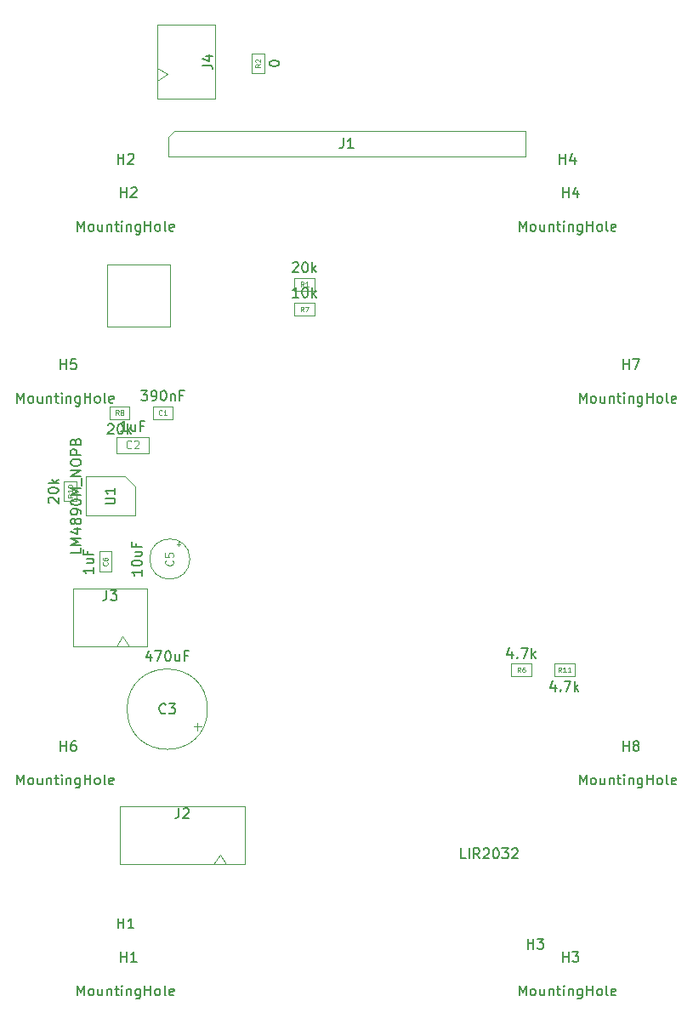
<source format=gbr>
%TF.GenerationSoftware,KiCad,Pcbnew,(5.1.10)-1*%
%TF.CreationDate,2023-09-30T19:16:06-07:00*%
%TF.ProjectId,PacmanClock_ESP32_SPI_v1_6,5061636d-616e-4436-9c6f-636b5f455350,1.6*%
%TF.SameCoordinates,Original*%
%TF.FileFunction,Other,Fab,Top*%
%FSLAX46Y46*%
G04 Gerber Fmt 4.6, Leading zero omitted, Abs format (unit mm)*
G04 Created by KiCad (PCBNEW (5.1.10)-1) date 2023-09-30 19:16:06*
%MOMM*%
%LPD*%
G01*
G04 APERTURE LIST*
%ADD10C,0.100000*%
%ADD11C,0.150000*%
%ADD12C,0.080000*%
%ADD13C,0.120000*%
G04 APERTURE END LIST*
D10*
%TO.C,U1*%
X142975000Y-105150000D02*
X143950000Y-106125000D01*
X139050000Y-105150000D02*
X142975000Y-105150000D01*
X139050000Y-109050000D02*
X139050000Y-105150000D01*
X143950000Y-109050000D02*
X139050000Y-109050000D01*
X143950000Y-106125000D02*
X143950000Y-109050000D01*
%TO.C,C6*%
X140375000Y-112600000D02*
X141625000Y-112600000D01*
X141625000Y-112600000D02*
X141625000Y-114600000D01*
X141625000Y-114600000D02*
X140375000Y-114600000D01*
X140375000Y-114600000D02*
X140375000Y-112600000D01*
%TO.C,C3*%
X151150000Y-128300000D02*
G75*
G03*
X151150000Y-128300000I-4000000J0D01*
G01*
X150576759Y-130047500D02*
X149776759Y-130047500D01*
X150176759Y-130447500D02*
X150176759Y-129647500D01*
%TO.C,C2*%
X145300000Y-101200000D02*
X145300000Y-102800000D01*
X145300000Y-102800000D02*
X142100000Y-102800000D01*
X142100000Y-102800000D02*
X142100000Y-101200000D01*
X142100000Y-101200000D02*
X145300000Y-101200000D01*
%TO.C,C5*%
X149400000Y-113350000D02*
G75*
G03*
X149400000Y-113350000I-2000000J0D01*
G01*
X148267500Y-111647446D02*
X148267500Y-112047446D01*
X148467500Y-111847446D02*
X148067500Y-111847446D01*
%TO.C,C1*%
X145700000Y-98175000D02*
X147700000Y-98175000D01*
X145700000Y-99425000D02*
X145700000Y-98175000D01*
X147700000Y-99425000D02*
X145700000Y-99425000D01*
X147700000Y-98175000D02*
X147700000Y-99425000D01*
%TO.C,R11*%
X187700000Y-125025000D02*
X185700000Y-125025000D01*
X187700000Y-123775000D02*
X187700000Y-125025000D01*
X185700000Y-123775000D02*
X187700000Y-123775000D01*
X185700000Y-125025000D02*
X185700000Y-123775000D01*
%TO.C,R10*%
X136875000Y-107600000D02*
X136875000Y-105600000D01*
X138125000Y-107600000D02*
X136875000Y-107600000D01*
X138125000Y-105600000D02*
X138125000Y-107600000D01*
X136875000Y-105600000D02*
X138125000Y-105600000D01*
%TO.C,R8*%
X143400000Y-99425000D02*
X141400000Y-99425000D01*
X143400000Y-98175000D02*
X143400000Y-99425000D01*
X141400000Y-98175000D02*
X143400000Y-98175000D01*
X141400000Y-99425000D02*
X141400000Y-98175000D01*
%TO.C,R7*%
X159800000Y-87875000D02*
X161800000Y-87875000D01*
X159800000Y-89125000D02*
X159800000Y-87875000D01*
X161800000Y-89125000D02*
X159800000Y-89125000D01*
X161800000Y-87875000D02*
X161800000Y-89125000D01*
%TO.C,R6*%
X181400000Y-123775000D02*
X183400000Y-123775000D01*
X181400000Y-125025000D02*
X181400000Y-123775000D01*
X183400000Y-125025000D02*
X181400000Y-125025000D01*
X183400000Y-123775000D02*
X183400000Y-125025000D01*
%TO.C,R2*%
X156825000Y-63000000D02*
X156825000Y-65000000D01*
X155575000Y-63000000D02*
X156825000Y-63000000D01*
X155575000Y-65000000D02*
X155575000Y-63000000D01*
X156825000Y-65000000D02*
X155575000Y-65000000D01*
%TO.C,R1*%
X159800000Y-85375000D02*
X161800000Y-85375000D01*
X159800000Y-86625000D02*
X159800000Y-85375000D01*
X161800000Y-86625000D02*
X159800000Y-86625000D01*
X161800000Y-85375000D02*
X161800000Y-86625000D01*
%TO.C,SW1*%
X147398800Y-90200700D02*
X147398800Y-84003100D01*
X141201200Y-90200700D02*
X147398800Y-90200700D01*
X141201200Y-84003100D02*
X141201200Y-90200700D01*
X147398800Y-84003100D02*
X141201200Y-84003100D01*
%TO.C,J4*%
X147150000Y-65100000D02*
X146150000Y-64475000D01*
X146150000Y-65725000D02*
X147150000Y-65100000D01*
X146150000Y-60150000D02*
X146150000Y-67550000D01*
X151900000Y-60150000D02*
X146150000Y-60150000D01*
X151900000Y-67550000D02*
X151900000Y-60150000D01*
X146150000Y-67550000D02*
X151900000Y-67550000D01*
%TO.C,J3*%
X142700000Y-121050000D02*
X142075000Y-122050000D01*
X143325000Y-122050000D02*
X142700000Y-121050000D01*
X137750000Y-122050000D02*
X145150000Y-122050000D01*
X137750000Y-116300000D02*
X137750000Y-122050000D01*
X145150000Y-116300000D02*
X137750000Y-116300000D01*
X145150000Y-122050000D02*
X145150000Y-116300000D01*
%TO.C,J2*%
X152400000Y-142750000D02*
X151775000Y-143750000D01*
X153025000Y-143750000D02*
X152400000Y-142750000D01*
X142450000Y-143750000D02*
X154850000Y-143750000D01*
X142450000Y-138000000D02*
X142450000Y-143750000D01*
X154850000Y-138000000D02*
X142450000Y-138000000D01*
X154850000Y-143750000D02*
X154850000Y-138000000D01*
%TO.C,J1*%
X147230000Y-73270000D02*
X147230000Y-71365000D01*
X147230000Y-71365000D02*
X147865000Y-70730000D01*
X147865000Y-70730000D02*
X182790000Y-70730000D01*
X182790000Y-70730000D02*
X182790000Y-73270000D01*
X182790000Y-73270000D02*
X147230000Y-73270000D01*
%TD*%
%TO.C,BT1*%
D11*
X176866666Y-143152380D02*
X176390476Y-143152380D01*
X176390476Y-142152380D01*
X177200000Y-143152380D02*
X177200000Y-142152380D01*
X178247619Y-143152380D02*
X177914285Y-142676190D01*
X177676190Y-143152380D02*
X177676190Y-142152380D01*
X178057142Y-142152380D01*
X178152380Y-142200000D01*
X178200000Y-142247619D01*
X178247619Y-142342857D01*
X178247619Y-142485714D01*
X178200000Y-142580952D01*
X178152380Y-142628571D01*
X178057142Y-142676190D01*
X177676190Y-142676190D01*
X178628571Y-142247619D02*
X178676190Y-142200000D01*
X178771428Y-142152380D01*
X179009523Y-142152380D01*
X179104761Y-142200000D01*
X179152380Y-142247619D01*
X179200000Y-142342857D01*
X179200000Y-142438095D01*
X179152380Y-142580952D01*
X178580952Y-143152380D01*
X179200000Y-143152380D01*
X179819047Y-142152380D02*
X179914285Y-142152380D01*
X180009523Y-142200000D01*
X180057142Y-142247619D01*
X180104761Y-142342857D01*
X180152380Y-142533333D01*
X180152380Y-142771428D01*
X180104761Y-142961904D01*
X180057142Y-143057142D01*
X180009523Y-143104761D01*
X179914285Y-143152380D01*
X179819047Y-143152380D01*
X179723809Y-143104761D01*
X179676190Y-143057142D01*
X179628571Y-142961904D01*
X179580952Y-142771428D01*
X179580952Y-142533333D01*
X179628571Y-142342857D01*
X179676190Y-142247619D01*
X179723809Y-142200000D01*
X179819047Y-142152380D01*
X180485714Y-142152380D02*
X181104761Y-142152380D01*
X180771428Y-142533333D01*
X180914285Y-142533333D01*
X181009523Y-142580952D01*
X181057142Y-142628571D01*
X181104761Y-142723809D01*
X181104761Y-142961904D01*
X181057142Y-143057142D01*
X181009523Y-143104761D01*
X180914285Y-143152380D01*
X180628571Y-143152380D01*
X180533333Y-143104761D01*
X180485714Y-143057142D01*
X181485714Y-142247619D02*
X181533333Y-142200000D01*
X181628571Y-142152380D01*
X181866666Y-142152380D01*
X181961904Y-142200000D01*
X182009523Y-142247619D01*
X182057142Y-142342857D01*
X182057142Y-142438095D01*
X182009523Y-142580952D01*
X181438095Y-143152380D01*
X182057142Y-143152380D01*
%TO.C,U1*%
X138552380Y-112266666D02*
X138552380Y-112742857D01*
X137552380Y-112742857D01*
X138552380Y-111933333D02*
X137552380Y-111933333D01*
X138266666Y-111600000D01*
X137552380Y-111266666D01*
X138552380Y-111266666D01*
X137885714Y-110361904D02*
X138552380Y-110361904D01*
X137504761Y-110600000D02*
X138219047Y-110838095D01*
X138219047Y-110219047D01*
X137980952Y-109695238D02*
X137933333Y-109790476D01*
X137885714Y-109838095D01*
X137790476Y-109885714D01*
X137742857Y-109885714D01*
X137647619Y-109838095D01*
X137600000Y-109790476D01*
X137552380Y-109695238D01*
X137552380Y-109504761D01*
X137600000Y-109409523D01*
X137647619Y-109361904D01*
X137742857Y-109314285D01*
X137790476Y-109314285D01*
X137885714Y-109361904D01*
X137933333Y-109409523D01*
X137980952Y-109504761D01*
X137980952Y-109695238D01*
X138028571Y-109790476D01*
X138076190Y-109838095D01*
X138171428Y-109885714D01*
X138361904Y-109885714D01*
X138457142Y-109838095D01*
X138504761Y-109790476D01*
X138552380Y-109695238D01*
X138552380Y-109504761D01*
X138504761Y-109409523D01*
X138457142Y-109361904D01*
X138361904Y-109314285D01*
X138171428Y-109314285D01*
X138076190Y-109361904D01*
X138028571Y-109409523D01*
X137980952Y-109504761D01*
X138552380Y-108838095D02*
X138552380Y-108647619D01*
X138504761Y-108552380D01*
X138457142Y-108504761D01*
X138314285Y-108409523D01*
X138123809Y-108361904D01*
X137742857Y-108361904D01*
X137647619Y-108409523D01*
X137600000Y-108457142D01*
X137552380Y-108552380D01*
X137552380Y-108742857D01*
X137600000Y-108838095D01*
X137647619Y-108885714D01*
X137742857Y-108933333D01*
X137980952Y-108933333D01*
X138076190Y-108885714D01*
X138123809Y-108838095D01*
X138171428Y-108742857D01*
X138171428Y-108552380D01*
X138123809Y-108457142D01*
X138076190Y-108409523D01*
X137980952Y-108361904D01*
X137552380Y-107742857D02*
X137552380Y-107647619D01*
X137600000Y-107552380D01*
X137647619Y-107504761D01*
X137742857Y-107457142D01*
X137933333Y-107409523D01*
X138171428Y-107409523D01*
X138361904Y-107457142D01*
X138457142Y-107504761D01*
X138504761Y-107552380D01*
X138552380Y-107647619D01*
X138552380Y-107742857D01*
X138504761Y-107838095D01*
X138457142Y-107885714D01*
X138361904Y-107933333D01*
X138171428Y-107980952D01*
X137933333Y-107980952D01*
X137742857Y-107933333D01*
X137647619Y-107885714D01*
X137600000Y-107838095D01*
X137552380Y-107742857D01*
X138552380Y-106980952D02*
X137552380Y-106980952D01*
X138266666Y-106647619D01*
X137552380Y-106314285D01*
X138552380Y-106314285D01*
X138647619Y-106076190D02*
X138647619Y-105314285D01*
X138552380Y-105076190D02*
X137552380Y-105076190D01*
X138552380Y-104504761D01*
X137552380Y-104504761D01*
X137552380Y-103838095D02*
X137552380Y-103647619D01*
X137600000Y-103552380D01*
X137695238Y-103457142D01*
X137885714Y-103409523D01*
X138219047Y-103409523D01*
X138409523Y-103457142D01*
X138504761Y-103552380D01*
X138552380Y-103647619D01*
X138552380Y-103838095D01*
X138504761Y-103933333D01*
X138409523Y-104028571D01*
X138219047Y-104076190D01*
X137885714Y-104076190D01*
X137695238Y-104028571D01*
X137600000Y-103933333D01*
X137552380Y-103838095D01*
X138552380Y-102980952D02*
X137552380Y-102980952D01*
X137552380Y-102600000D01*
X137600000Y-102504761D01*
X137647619Y-102457142D01*
X137742857Y-102409523D01*
X137885714Y-102409523D01*
X137980952Y-102457142D01*
X138028571Y-102504761D01*
X138076190Y-102600000D01*
X138076190Y-102980952D01*
X138028571Y-101647619D02*
X138076190Y-101504761D01*
X138123809Y-101457142D01*
X138219047Y-101409523D01*
X138361904Y-101409523D01*
X138457142Y-101457142D01*
X138504761Y-101504761D01*
X138552380Y-101600000D01*
X138552380Y-101980952D01*
X137552380Y-101980952D01*
X137552380Y-101647619D01*
X137600000Y-101552380D01*
X137647619Y-101504761D01*
X137742857Y-101457142D01*
X137838095Y-101457142D01*
X137933333Y-101504761D01*
X137980952Y-101552380D01*
X138028571Y-101647619D01*
X138028571Y-101980952D01*
X140963333Y-107846666D02*
X141756666Y-107846666D01*
X141850000Y-107800000D01*
X141896666Y-107753333D01*
X141943333Y-107660000D01*
X141943333Y-107473333D01*
X141896666Y-107380000D01*
X141850000Y-107333333D01*
X141756666Y-107286666D01*
X140963333Y-107286666D01*
X141943333Y-106306666D02*
X141943333Y-106866666D01*
X141943333Y-106586666D02*
X140963333Y-106586666D01*
X141103333Y-106680000D01*
X141196666Y-106773333D01*
X141243333Y-106866666D01*
%TO.C,C6*%
X139772380Y-114195238D02*
X139772380Y-114766666D01*
X139772380Y-114480952D02*
X138772380Y-114480952D01*
X138915238Y-114576190D01*
X139010476Y-114671428D01*
X139058095Y-114766666D01*
X139105714Y-113338095D02*
X139772380Y-113338095D01*
X139105714Y-113766666D02*
X139629523Y-113766666D01*
X139724761Y-113719047D01*
X139772380Y-113623809D01*
X139772380Y-113480952D01*
X139724761Y-113385714D01*
X139677142Y-113338095D01*
X139248571Y-112528571D02*
X139248571Y-112861904D01*
X139772380Y-112861904D02*
X138772380Y-112861904D01*
X138772380Y-112385714D01*
D12*
X141178571Y-113683333D02*
X141202380Y-113707142D01*
X141226190Y-113778571D01*
X141226190Y-113826190D01*
X141202380Y-113897619D01*
X141154761Y-113945238D01*
X141107142Y-113969047D01*
X141011904Y-113992857D01*
X140940476Y-113992857D01*
X140845238Y-113969047D01*
X140797619Y-113945238D01*
X140750000Y-113897619D01*
X140726190Y-113826190D01*
X140726190Y-113778571D01*
X140750000Y-113707142D01*
X140773809Y-113683333D01*
X140726190Y-113254761D02*
X140726190Y-113350000D01*
X140750000Y-113397619D01*
X140773809Y-113421428D01*
X140845238Y-113469047D01*
X140940476Y-113492857D01*
X141130952Y-113492857D01*
X141178571Y-113469047D01*
X141202380Y-113445238D01*
X141226190Y-113397619D01*
X141226190Y-113302380D01*
X141202380Y-113254761D01*
X141178571Y-113230952D01*
X141130952Y-113207142D01*
X141011904Y-113207142D01*
X140964285Y-113230952D01*
X140940476Y-113254761D01*
X140916666Y-113302380D01*
X140916666Y-113397619D01*
X140940476Y-113445238D01*
X140964285Y-113469047D01*
X141011904Y-113492857D01*
%TO.C,C3*%
D11*
X145507142Y-122835714D02*
X145507142Y-123502380D01*
X145269047Y-122454761D02*
X145030952Y-123169047D01*
X145650000Y-123169047D01*
X145935714Y-122502380D02*
X146602380Y-122502380D01*
X146173809Y-123502380D01*
X147173809Y-122502380D02*
X147269047Y-122502380D01*
X147364285Y-122550000D01*
X147411904Y-122597619D01*
X147459523Y-122692857D01*
X147507142Y-122883333D01*
X147507142Y-123121428D01*
X147459523Y-123311904D01*
X147411904Y-123407142D01*
X147364285Y-123454761D01*
X147269047Y-123502380D01*
X147173809Y-123502380D01*
X147078571Y-123454761D01*
X147030952Y-123407142D01*
X146983333Y-123311904D01*
X146935714Y-123121428D01*
X146935714Y-122883333D01*
X146983333Y-122692857D01*
X147030952Y-122597619D01*
X147078571Y-122550000D01*
X147173809Y-122502380D01*
X148364285Y-122835714D02*
X148364285Y-123502380D01*
X147935714Y-122835714D02*
X147935714Y-123359523D01*
X147983333Y-123454761D01*
X148078571Y-123502380D01*
X148221428Y-123502380D01*
X148316666Y-123454761D01*
X148364285Y-123407142D01*
X149173809Y-122978571D02*
X148840476Y-122978571D01*
X148840476Y-123502380D02*
X148840476Y-122502380D01*
X149316666Y-122502380D01*
X146983333Y-128657142D02*
X146935714Y-128704761D01*
X146792857Y-128752380D01*
X146697619Y-128752380D01*
X146554761Y-128704761D01*
X146459523Y-128609523D01*
X146411904Y-128514285D01*
X146364285Y-128323809D01*
X146364285Y-128180952D01*
X146411904Y-127990476D01*
X146459523Y-127895238D01*
X146554761Y-127800000D01*
X146697619Y-127752380D01*
X146792857Y-127752380D01*
X146935714Y-127800000D01*
X146983333Y-127847619D01*
X147316666Y-127752380D02*
X147935714Y-127752380D01*
X147602380Y-128133333D01*
X147745238Y-128133333D01*
X147840476Y-128180952D01*
X147888095Y-128228571D01*
X147935714Y-128323809D01*
X147935714Y-128561904D01*
X147888095Y-128657142D01*
X147840476Y-128704761D01*
X147745238Y-128752380D01*
X147459523Y-128752380D01*
X147364285Y-128704761D01*
X147316666Y-128657142D01*
%TO.C,C2*%
X143104761Y-100602380D02*
X142533333Y-100602380D01*
X142819047Y-100602380D02*
X142819047Y-99602380D01*
X142723809Y-99745238D01*
X142628571Y-99840476D01*
X142533333Y-99888095D01*
X143961904Y-99935714D02*
X143961904Y-100602380D01*
X143533333Y-99935714D02*
X143533333Y-100459523D01*
X143580952Y-100554761D01*
X143676190Y-100602380D01*
X143819047Y-100602380D01*
X143914285Y-100554761D01*
X143961904Y-100507142D01*
X144771428Y-100078571D02*
X144438095Y-100078571D01*
X144438095Y-100602380D02*
X144438095Y-99602380D01*
X144914285Y-99602380D01*
D13*
X143566666Y-102285714D02*
X143528571Y-102323809D01*
X143414285Y-102361904D01*
X143338095Y-102361904D01*
X143223809Y-102323809D01*
X143147619Y-102247619D01*
X143109523Y-102171428D01*
X143071428Y-102019047D01*
X143071428Y-101904761D01*
X143109523Y-101752380D01*
X143147619Y-101676190D01*
X143223809Y-101600000D01*
X143338095Y-101561904D01*
X143414285Y-101561904D01*
X143528571Y-101600000D01*
X143566666Y-101638095D01*
X143871428Y-101638095D02*
X143909523Y-101600000D01*
X143985714Y-101561904D01*
X144176190Y-101561904D01*
X144252380Y-101600000D01*
X144290476Y-101638095D01*
X144328571Y-101714285D01*
X144328571Y-101790476D01*
X144290476Y-101904761D01*
X143833333Y-102361904D01*
X144328571Y-102361904D01*
%TO.C,C5*%
D11*
X144602380Y-114421428D02*
X144602380Y-114992857D01*
X144602380Y-114707142D02*
X143602380Y-114707142D01*
X143745238Y-114802380D01*
X143840476Y-114897619D01*
X143888095Y-114992857D01*
X143602380Y-113802380D02*
X143602380Y-113707142D01*
X143650000Y-113611904D01*
X143697619Y-113564285D01*
X143792857Y-113516666D01*
X143983333Y-113469047D01*
X144221428Y-113469047D01*
X144411904Y-113516666D01*
X144507142Y-113564285D01*
X144554761Y-113611904D01*
X144602380Y-113707142D01*
X144602380Y-113802380D01*
X144554761Y-113897619D01*
X144507142Y-113945238D01*
X144411904Y-113992857D01*
X144221428Y-114040476D01*
X143983333Y-114040476D01*
X143792857Y-113992857D01*
X143697619Y-113945238D01*
X143650000Y-113897619D01*
X143602380Y-113802380D01*
X143935714Y-112611904D02*
X144602380Y-112611904D01*
X143935714Y-113040476D02*
X144459523Y-113040476D01*
X144554761Y-112992857D01*
X144602380Y-112897619D01*
X144602380Y-112754761D01*
X144554761Y-112659523D01*
X144507142Y-112611904D01*
X144078571Y-111802380D02*
X144078571Y-112135714D01*
X144602380Y-112135714D02*
X143602380Y-112135714D01*
X143602380Y-111659523D01*
D13*
X147685714Y-113483333D02*
X147723809Y-113521428D01*
X147761904Y-113635714D01*
X147761904Y-113711904D01*
X147723809Y-113826190D01*
X147647619Y-113902380D01*
X147571428Y-113940476D01*
X147419047Y-113978571D01*
X147304761Y-113978571D01*
X147152380Y-113940476D01*
X147076190Y-113902380D01*
X147000000Y-113826190D01*
X146961904Y-113711904D01*
X146961904Y-113635714D01*
X147000000Y-113521428D01*
X147038095Y-113483333D01*
X146961904Y-112759523D02*
X146961904Y-113140476D01*
X147342857Y-113178571D01*
X147304761Y-113140476D01*
X147266666Y-113064285D01*
X147266666Y-112873809D01*
X147304761Y-112797619D01*
X147342857Y-112759523D01*
X147419047Y-112721428D01*
X147609523Y-112721428D01*
X147685714Y-112759523D01*
X147723809Y-112797619D01*
X147761904Y-112873809D01*
X147761904Y-113064285D01*
X147723809Y-113140476D01*
X147685714Y-113178571D01*
%TO.C,C1*%
D11*
X144533333Y-96572380D02*
X145152380Y-96572380D01*
X144819047Y-96953333D01*
X144961904Y-96953333D01*
X145057142Y-97000952D01*
X145104761Y-97048571D01*
X145152380Y-97143809D01*
X145152380Y-97381904D01*
X145104761Y-97477142D01*
X145057142Y-97524761D01*
X144961904Y-97572380D01*
X144676190Y-97572380D01*
X144580952Y-97524761D01*
X144533333Y-97477142D01*
X145628571Y-97572380D02*
X145819047Y-97572380D01*
X145914285Y-97524761D01*
X145961904Y-97477142D01*
X146057142Y-97334285D01*
X146104761Y-97143809D01*
X146104761Y-96762857D01*
X146057142Y-96667619D01*
X146009523Y-96620000D01*
X145914285Y-96572380D01*
X145723809Y-96572380D01*
X145628571Y-96620000D01*
X145580952Y-96667619D01*
X145533333Y-96762857D01*
X145533333Y-97000952D01*
X145580952Y-97096190D01*
X145628571Y-97143809D01*
X145723809Y-97191428D01*
X145914285Y-97191428D01*
X146009523Y-97143809D01*
X146057142Y-97096190D01*
X146104761Y-97000952D01*
X146723809Y-96572380D02*
X146819047Y-96572380D01*
X146914285Y-96620000D01*
X146961904Y-96667619D01*
X147009523Y-96762857D01*
X147057142Y-96953333D01*
X147057142Y-97191428D01*
X147009523Y-97381904D01*
X146961904Y-97477142D01*
X146914285Y-97524761D01*
X146819047Y-97572380D01*
X146723809Y-97572380D01*
X146628571Y-97524761D01*
X146580952Y-97477142D01*
X146533333Y-97381904D01*
X146485714Y-97191428D01*
X146485714Y-96953333D01*
X146533333Y-96762857D01*
X146580952Y-96667619D01*
X146628571Y-96620000D01*
X146723809Y-96572380D01*
X147485714Y-96905714D02*
X147485714Y-97572380D01*
X147485714Y-97000952D02*
X147533333Y-96953333D01*
X147628571Y-96905714D01*
X147771428Y-96905714D01*
X147866666Y-96953333D01*
X147914285Y-97048571D01*
X147914285Y-97572380D01*
X148723809Y-97048571D02*
X148390476Y-97048571D01*
X148390476Y-97572380D02*
X148390476Y-96572380D01*
X148866666Y-96572380D01*
D12*
X146616666Y-98978571D02*
X146592857Y-99002380D01*
X146521428Y-99026190D01*
X146473809Y-99026190D01*
X146402380Y-99002380D01*
X146354761Y-98954761D01*
X146330952Y-98907142D01*
X146307142Y-98811904D01*
X146307142Y-98740476D01*
X146330952Y-98645238D01*
X146354761Y-98597619D01*
X146402380Y-98550000D01*
X146473809Y-98526190D01*
X146521428Y-98526190D01*
X146592857Y-98550000D01*
X146616666Y-98573809D01*
X147092857Y-99026190D02*
X146807142Y-99026190D01*
X146950000Y-99026190D02*
X146950000Y-98526190D01*
X146902380Y-98597619D01*
X146854761Y-98645238D01*
X146807142Y-98669047D01*
%TO.C,R11*%
D11*
X185771428Y-125835714D02*
X185771428Y-126502380D01*
X185533333Y-125454761D02*
X185295238Y-126169047D01*
X185914285Y-126169047D01*
X186295238Y-126407142D02*
X186342857Y-126454761D01*
X186295238Y-126502380D01*
X186247619Y-126454761D01*
X186295238Y-126407142D01*
X186295238Y-126502380D01*
X186676190Y-125502380D02*
X187342857Y-125502380D01*
X186914285Y-126502380D01*
X187723809Y-126502380D02*
X187723809Y-125502380D01*
X187819047Y-126121428D02*
X188104761Y-126502380D01*
X188104761Y-125835714D02*
X187723809Y-126216666D01*
D12*
X186378571Y-124626190D02*
X186211904Y-124388095D01*
X186092857Y-124626190D02*
X186092857Y-124126190D01*
X186283333Y-124126190D01*
X186330952Y-124150000D01*
X186354761Y-124173809D01*
X186378571Y-124221428D01*
X186378571Y-124292857D01*
X186354761Y-124340476D01*
X186330952Y-124364285D01*
X186283333Y-124388095D01*
X186092857Y-124388095D01*
X186854761Y-124626190D02*
X186569047Y-124626190D01*
X186711904Y-124626190D02*
X186711904Y-124126190D01*
X186664285Y-124197619D01*
X186616666Y-124245238D01*
X186569047Y-124269047D01*
X187330952Y-124626190D02*
X187045238Y-124626190D01*
X187188095Y-124626190D02*
X187188095Y-124126190D01*
X187140476Y-124197619D01*
X187092857Y-124245238D01*
X187045238Y-124269047D01*
%TO.C,R10*%
D11*
X135397619Y-107766666D02*
X135350000Y-107719047D01*
X135302380Y-107623809D01*
X135302380Y-107385714D01*
X135350000Y-107290476D01*
X135397619Y-107242857D01*
X135492857Y-107195238D01*
X135588095Y-107195238D01*
X135730952Y-107242857D01*
X136302380Y-107814285D01*
X136302380Y-107195238D01*
X135302380Y-106576190D02*
X135302380Y-106480952D01*
X135350000Y-106385714D01*
X135397619Y-106338095D01*
X135492857Y-106290476D01*
X135683333Y-106242857D01*
X135921428Y-106242857D01*
X136111904Y-106290476D01*
X136207142Y-106338095D01*
X136254761Y-106385714D01*
X136302380Y-106480952D01*
X136302380Y-106576190D01*
X136254761Y-106671428D01*
X136207142Y-106719047D01*
X136111904Y-106766666D01*
X135921428Y-106814285D01*
X135683333Y-106814285D01*
X135492857Y-106766666D01*
X135397619Y-106719047D01*
X135350000Y-106671428D01*
X135302380Y-106576190D01*
X136302380Y-105814285D02*
X135302380Y-105814285D01*
X135921428Y-105719047D02*
X136302380Y-105433333D01*
X135635714Y-105433333D02*
X136016666Y-105814285D01*
D12*
X137726190Y-106921428D02*
X137488095Y-107088095D01*
X137726190Y-107207142D02*
X137226190Y-107207142D01*
X137226190Y-107016666D01*
X137250000Y-106969047D01*
X137273809Y-106945238D01*
X137321428Y-106921428D01*
X137392857Y-106921428D01*
X137440476Y-106945238D01*
X137464285Y-106969047D01*
X137488095Y-107016666D01*
X137488095Y-107207142D01*
X137726190Y-106445238D02*
X137726190Y-106730952D01*
X137726190Y-106588095D02*
X137226190Y-106588095D01*
X137297619Y-106635714D01*
X137345238Y-106683333D01*
X137369047Y-106730952D01*
X137226190Y-106135714D02*
X137226190Y-106088095D01*
X137250000Y-106040476D01*
X137273809Y-106016666D01*
X137321428Y-105992857D01*
X137416666Y-105969047D01*
X137535714Y-105969047D01*
X137630952Y-105992857D01*
X137678571Y-106016666D01*
X137702380Y-106040476D01*
X137726190Y-106088095D01*
X137726190Y-106135714D01*
X137702380Y-106183333D01*
X137678571Y-106207142D01*
X137630952Y-106230952D01*
X137535714Y-106254761D01*
X137416666Y-106254761D01*
X137321428Y-106230952D01*
X137273809Y-106207142D01*
X137250000Y-106183333D01*
X137226190Y-106135714D01*
%TO.C,R8*%
D11*
X141233333Y-99997619D02*
X141280952Y-99950000D01*
X141376190Y-99902380D01*
X141614285Y-99902380D01*
X141709523Y-99950000D01*
X141757142Y-99997619D01*
X141804761Y-100092857D01*
X141804761Y-100188095D01*
X141757142Y-100330952D01*
X141185714Y-100902380D01*
X141804761Y-100902380D01*
X142423809Y-99902380D02*
X142519047Y-99902380D01*
X142614285Y-99950000D01*
X142661904Y-99997619D01*
X142709523Y-100092857D01*
X142757142Y-100283333D01*
X142757142Y-100521428D01*
X142709523Y-100711904D01*
X142661904Y-100807142D01*
X142614285Y-100854761D01*
X142519047Y-100902380D01*
X142423809Y-100902380D01*
X142328571Y-100854761D01*
X142280952Y-100807142D01*
X142233333Y-100711904D01*
X142185714Y-100521428D01*
X142185714Y-100283333D01*
X142233333Y-100092857D01*
X142280952Y-99997619D01*
X142328571Y-99950000D01*
X142423809Y-99902380D01*
X143185714Y-100902380D02*
X143185714Y-99902380D01*
X143280952Y-100521428D02*
X143566666Y-100902380D01*
X143566666Y-100235714D02*
X143185714Y-100616666D01*
D12*
X142316666Y-99026190D02*
X142150000Y-98788095D01*
X142030952Y-99026190D02*
X142030952Y-98526190D01*
X142221428Y-98526190D01*
X142269047Y-98550000D01*
X142292857Y-98573809D01*
X142316666Y-98621428D01*
X142316666Y-98692857D01*
X142292857Y-98740476D01*
X142269047Y-98764285D01*
X142221428Y-98788095D01*
X142030952Y-98788095D01*
X142602380Y-98740476D02*
X142554761Y-98716666D01*
X142530952Y-98692857D01*
X142507142Y-98645238D01*
X142507142Y-98621428D01*
X142530952Y-98573809D01*
X142554761Y-98550000D01*
X142602380Y-98526190D01*
X142697619Y-98526190D01*
X142745238Y-98550000D01*
X142769047Y-98573809D01*
X142792857Y-98621428D01*
X142792857Y-98645238D01*
X142769047Y-98692857D01*
X142745238Y-98716666D01*
X142697619Y-98740476D01*
X142602380Y-98740476D01*
X142554761Y-98764285D01*
X142530952Y-98788095D01*
X142507142Y-98835714D01*
X142507142Y-98930952D01*
X142530952Y-98978571D01*
X142554761Y-99002380D01*
X142602380Y-99026190D01*
X142697619Y-99026190D01*
X142745238Y-99002380D01*
X142769047Y-98978571D01*
X142792857Y-98930952D01*
X142792857Y-98835714D01*
X142769047Y-98788095D01*
X142745238Y-98764285D01*
X142697619Y-98740476D01*
%TO.C,R7*%
D11*
X160204761Y-87302380D02*
X159633333Y-87302380D01*
X159919047Y-87302380D02*
X159919047Y-86302380D01*
X159823809Y-86445238D01*
X159728571Y-86540476D01*
X159633333Y-86588095D01*
X160823809Y-86302380D02*
X160919047Y-86302380D01*
X161014285Y-86350000D01*
X161061904Y-86397619D01*
X161109523Y-86492857D01*
X161157142Y-86683333D01*
X161157142Y-86921428D01*
X161109523Y-87111904D01*
X161061904Y-87207142D01*
X161014285Y-87254761D01*
X160919047Y-87302380D01*
X160823809Y-87302380D01*
X160728571Y-87254761D01*
X160680952Y-87207142D01*
X160633333Y-87111904D01*
X160585714Y-86921428D01*
X160585714Y-86683333D01*
X160633333Y-86492857D01*
X160680952Y-86397619D01*
X160728571Y-86350000D01*
X160823809Y-86302380D01*
X161585714Y-87302380D02*
X161585714Y-86302380D01*
X161680952Y-86921428D02*
X161966666Y-87302380D01*
X161966666Y-86635714D02*
X161585714Y-87016666D01*
D12*
X160716666Y-88726190D02*
X160550000Y-88488095D01*
X160430952Y-88726190D02*
X160430952Y-88226190D01*
X160621428Y-88226190D01*
X160669047Y-88250000D01*
X160692857Y-88273809D01*
X160716666Y-88321428D01*
X160716666Y-88392857D01*
X160692857Y-88440476D01*
X160669047Y-88464285D01*
X160621428Y-88488095D01*
X160430952Y-88488095D01*
X160883333Y-88226190D02*
X161216666Y-88226190D01*
X161002380Y-88726190D01*
%TO.C,R6*%
D11*
X181471428Y-122535714D02*
X181471428Y-123202380D01*
X181233333Y-122154761D02*
X180995238Y-122869047D01*
X181614285Y-122869047D01*
X181995238Y-123107142D02*
X182042857Y-123154761D01*
X181995238Y-123202380D01*
X181947619Y-123154761D01*
X181995238Y-123107142D01*
X181995238Y-123202380D01*
X182376190Y-122202380D02*
X183042857Y-122202380D01*
X182614285Y-123202380D01*
X183423809Y-123202380D02*
X183423809Y-122202380D01*
X183519047Y-122821428D02*
X183804761Y-123202380D01*
X183804761Y-122535714D02*
X183423809Y-122916666D01*
D12*
X182316666Y-124626190D02*
X182150000Y-124388095D01*
X182030952Y-124626190D02*
X182030952Y-124126190D01*
X182221428Y-124126190D01*
X182269047Y-124150000D01*
X182292857Y-124173809D01*
X182316666Y-124221428D01*
X182316666Y-124292857D01*
X182292857Y-124340476D01*
X182269047Y-124364285D01*
X182221428Y-124388095D01*
X182030952Y-124388095D01*
X182745238Y-124126190D02*
X182650000Y-124126190D01*
X182602380Y-124150000D01*
X182578571Y-124173809D01*
X182530952Y-124245238D01*
X182507142Y-124340476D01*
X182507142Y-124530952D01*
X182530952Y-124578571D01*
X182554761Y-124602380D01*
X182602380Y-124626190D01*
X182697619Y-124626190D01*
X182745238Y-124602380D01*
X182769047Y-124578571D01*
X182792857Y-124530952D01*
X182792857Y-124411904D01*
X182769047Y-124364285D01*
X182745238Y-124340476D01*
X182697619Y-124316666D01*
X182602380Y-124316666D01*
X182554761Y-124340476D01*
X182530952Y-124364285D01*
X182507142Y-124411904D01*
%TO.C,R2*%
D11*
X157302380Y-64047619D02*
X157302380Y-63952380D01*
X157350000Y-63857142D01*
X157397619Y-63809523D01*
X157492857Y-63761904D01*
X157683333Y-63714285D01*
X157921428Y-63714285D01*
X158111904Y-63761904D01*
X158207142Y-63809523D01*
X158254761Y-63857142D01*
X158302380Y-63952380D01*
X158302380Y-64047619D01*
X158254761Y-64142857D01*
X158207142Y-64190476D01*
X158111904Y-64238095D01*
X157921428Y-64285714D01*
X157683333Y-64285714D01*
X157492857Y-64238095D01*
X157397619Y-64190476D01*
X157350000Y-64142857D01*
X157302380Y-64047619D01*
D12*
X156426190Y-64083333D02*
X156188095Y-64250000D01*
X156426190Y-64369047D02*
X155926190Y-64369047D01*
X155926190Y-64178571D01*
X155950000Y-64130952D01*
X155973809Y-64107142D01*
X156021428Y-64083333D01*
X156092857Y-64083333D01*
X156140476Y-64107142D01*
X156164285Y-64130952D01*
X156188095Y-64178571D01*
X156188095Y-64369047D01*
X155973809Y-63892857D02*
X155950000Y-63869047D01*
X155926190Y-63821428D01*
X155926190Y-63702380D01*
X155950000Y-63654761D01*
X155973809Y-63630952D01*
X156021428Y-63607142D01*
X156069047Y-63607142D01*
X156140476Y-63630952D01*
X156426190Y-63916666D01*
X156426190Y-63607142D01*
%TO.C,R1*%
D11*
X159633333Y-83897619D02*
X159680952Y-83850000D01*
X159776190Y-83802380D01*
X160014285Y-83802380D01*
X160109523Y-83850000D01*
X160157142Y-83897619D01*
X160204761Y-83992857D01*
X160204761Y-84088095D01*
X160157142Y-84230952D01*
X159585714Y-84802380D01*
X160204761Y-84802380D01*
X160823809Y-83802380D02*
X160919047Y-83802380D01*
X161014285Y-83850000D01*
X161061904Y-83897619D01*
X161109523Y-83992857D01*
X161157142Y-84183333D01*
X161157142Y-84421428D01*
X161109523Y-84611904D01*
X161061904Y-84707142D01*
X161014285Y-84754761D01*
X160919047Y-84802380D01*
X160823809Y-84802380D01*
X160728571Y-84754761D01*
X160680952Y-84707142D01*
X160633333Y-84611904D01*
X160585714Y-84421428D01*
X160585714Y-84183333D01*
X160633333Y-83992857D01*
X160680952Y-83897619D01*
X160728571Y-83850000D01*
X160823809Y-83802380D01*
X161585714Y-84802380D02*
X161585714Y-83802380D01*
X161680952Y-84421428D02*
X161966666Y-84802380D01*
X161966666Y-84135714D02*
X161585714Y-84516666D01*
D12*
X160716666Y-86226190D02*
X160550000Y-85988095D01*
X160430952Y-86226190D02*
X160430952Y-85726190D01*
X160621428Y-85726190D01*
X160669047Y-85750000D01*
X160692857Y-85773809D01*
X160716666Y-85821428D01*
X160716666Y-85892857D01*
X160692857Y-85940476D01*
X160669047Y-85964285D01*
X160621428Y-85988095D01*
X160430952Y-85988095D01*
X161192857Y-86226190D02*
X160907142Y-86226190D01*
X161050000Y-86226190D02*
X161050000Y-85726190D01*
X161002380Y-85797619D01*
X160954761Y-85845238D01*
X160907142Y-85869047D01*
%TO.C,J4*%
D11*
X150652380Y-64183333D02*
X151366666Y-64183333D01*
X151509523Y-64230952D01*
X151604761Y-64326190D01*
X151652380Y-64469047D01*
X151652380Y-64564285D01*
X150985714Y-63278571D02*
X151652380Y-63278571D01*
X150604761Y-63516666D02*
X151319047Y-63754761D01*
X151319047Y-63135714D01*
%TO.C,J3*%
X141116666Y-116452380D02*
X141116666Y-117166666D01*
X141069047Y-117309523D01*
X140973809Y-117404761D01*
X140830952Y-117452380D01*
X140735714Y-117452380D01*
X141497619Y-116452380D02*
X142116666Y-116452380D01*
X141783333Y-116833333D01*
X141926190Y-116833333D01*
X142021428Y-116880952D01*
X142069047Y-116928571D01*
X142116666Y-117023809D01*
X142116666Y-117261904D01*
X142069047Y-117357142D01*
X142021428Y-117404761D01*
X141926190Y-117452380D01*
X141640476Y-117452380D01*
X141545238Y-117404761D01*
X141497619Y-117357142D01*
%TO.C,J2*%
X148316666Y-138152380D02*
X148316666Y-138866666D01*
X148269047Y-139009523D01*
X148173809Y-139104761D01*
X148030952Y-139152380D01*
X147935714Y-139152380D01*
X148745238Y-138247619D02*
X148792857Y-138200000D01*
X148888095Y-138152380D01*
X149126190Y-138152380D01*
X149221428Y-138200000D01*
X149269047Y-138247619D01*
X149316666Y-138342857D01*
X149316666Y-138438095D01*
X149269047Y-138580952D01*
X148697619Y-139152380D01*
X149316666Y-139152380D01*
%TO.C,H8*%
X188214285Y-135802380D02*
X188214285Y-134802380D01*
X188547619Y-135516666D01*
X188880952Y-134802380D01*
X188880952Y-135802380D01*
X189500000Y-135802380D02*
X189404761Y-135754761D01*
X189357142Y-135707142D01*
X189309523Y-135611904D01*
X189309523Y-135326190D01*
X189357142Y-135230952D01*
X189404761Y-135183333D01*
X189500000Y-135135714D01*
X189642857Y-135135714D01*
X189738095Y-135183333D01*
X189785714Y-135230952D01*
X189833333Y-135326190D01*
X189833333Y-135611904D01*
X189785714Y-135707142D01*
X189738095Y-135754761D01*
X189642857Y-135802380D01*
X189500000Y-135802380D01*
X190690476Y-135135714D02*
X190690476Y-135802380D01*
X190261904Y-135135714D02*
X190261904Y-135659523D01*
X190309523Y-135754761D01*
X190404761Y-135802380D01*
X190547619Y-135802380D01*
X190642857Y-135754761D01*
X190690476Y-135707142D01*
X191166666Y-135135714D02*
X191166666Y-135802380D01*
X191166666Y-135230952D02*
X191214285Y-135183333D01*
X191309523Y-135135714D01*
X191452380Y-135135714D01*
X191547619Y-135183333D01*
X191595238Y-135278571D01*
X191595238Y-135802380D01*
X191928571Y-135135714D02*
X192309523Y-135135714D01*
X192071428Y-134802380D02*
X192071428Y-135659523D01*
X192119047Y-135754761D01*
X192214285Y-135802380D01*
X192309523Y-135802380D01*
X192642857Y-135802380D02*
X192642857Y-135135714D01*
X192642857Y-134802380D02*
X192595238Y-134850000D01*
X192642857Y-134897619D01*
X192690476Y-134850000D01*
X192642857Y-134802380D01*
X192642857Y-134897619D01*
X193119047Y-135135714D02*
X193119047Y-135802380D01*
X193119047Y-135230952D02*
X193166666Y-135183333D01*
X193261904Y-135135714D01*
X193404761Y-135135714D01*
X193500000Y-135183333D01*
X193547619Y-135278571D01*
X193547619Y-135802380D01*
X194452380Y-135135714D02*
X194452380Y-135945238D01*
X194404761Y-136040476D01*
X194357142Y-136088095D01*
X194261904Y-136135714D01*
X194119047Y-136135714D01*
X194023809Y-136088095D01*
X194452380Y-135754761D02*
X194357142Y-135802380D01*
X194166666Y-135802380D01*
X194071428Y-135754761D01*
X194023809Y-135707142D01*
X193976190Y-135611904D01*
X193976190Y-135326190D01*
X194023809Y-135230952D01*
X194071428Y-135183333D01*
X194166666Y-135135714D01*
X194357142Y-135135714D01*
X194452380Y-135183333D01*
X194928571Y-135802380D02*
X194928571Y-134802380D01*
X194928571Y-135278571D02*
X195500000Y-135278571D01*
X195500000Y-135802380D02*
X195500000Y-134802380D01*
X196119047Y-135802380D02*
X196023809Y-135754761D01*
X195976190Y-135707142D01*
X195928571Y-135611904D01*
X195928571Y-135326190D01*
X195976190Y-135230952D01*
X196023809Y-135183333D01*
X196119047Y-135135714D01*
X196261904Y-135135714D01*
X196357142Y-135183333D01*
X196404761Y-135230952D01*
X196452380Y-135326190D01*
X196452380Y-135611904D01*
X196404761Y-135707142D01*
X196357142Y-135754761D01*
X196261904Y-135802380D01*
X196119047Y-135802380D01*
X197023809Y-135802380D02*
X196928571Y-135754761D01*
X196880952Y-135659523D01*
X196880952Y-134802380D01*
X197785714Y-135754761D02*
X197690476Y-135802380D01*
X197500000Y-135802380D01*
X197404761Y-135754761D01*
X197357142Y-135659523D01*
X197357142Y-135278571D01*
X197404761Y-135183333D01*
X197500000Y-135135714D01*
X197690476Y-135135714D01*
X197785714Y-135183333D01*
X197833333Y-135278571D01*
X197833333Y-135373809D01*
X197357142Y-135469047D01*
X192538095Y-132452380D02*
X192538095Y-131452380D01*
X192538095Y-131928571D02*
X193109523Y-131928571D01*
X193109523Y-132452380D02*
X193109523Y-131452380D01*
X193728571Y-131880952D02*
X193633333Y-131833333D01*
X193585714Y-131785714D01*
X193538095Y-131690476D01*
X193538095Y-131642857D01*
X193585714Y-131547619D01*
X193633333Y-131500000D01*
X193728571Y-131452380D01*
X193919047Y-131452380D01*
X194014285Y-131500000D01*
X194061904Y-131547619D01*
X194109523Y-131642857D01*
X194109523Y-131690476D01*
X194061904Y-131785714D01*
X194014285Y-131833333D01*
X193919047Y-131880952D01*
X193728571Y-131880952D01*
X193633333Y-131928571D01*
X193585714Y-131976190D01*
X193538095Y-132071428D01*
X193538095Y-132261904D01*
X193585714Y-132357142D01*
X193633333Y-132404761D01*
X193728571Y-132452380D01*
X193919047Y-132452380D01*
X194014285Y-132404761D01*
X194061904Y-132357142D01*
X194109523Y-132261904D01*
X194109523Y-132071428D01*
X194061904Y-131976190D01*
X194014285Y-131928571D01*
X193919047Y-131880952D01*
%TO.C,H7*%
X188214285Y-97802380D02*
X188214285Y-96802380D01*
X188547619Y-97516666D01*
X188880952Y-96802380D01*
X188880952Y-97802380D01*
X189500000Y-97802380D02*
X189404761Y-97754761D01*
X189357142Y-97707142D01*
X189309523Y-97611904D01*
X189309523Y-97326190D01*
X189357142Y-97230952D01*
X189404761Y-97183333D01*
X189500000Y-97135714D01*
X189642857Y-97135714D01*
X189738095Y-97183333D01*
X189785714Y-97230952D01*
X189833333Y-97326190D01*
X189833333Y-97611904D01*
X189785714Y-97707142D01*
X189738095Y-97754761D01*
X189642857Y-97802380D01*
X189500000Y-97802380D01*
X190690476Y-97135714D02*
X190690476Y-97802380D01*
X190261904Y-97135714D02*
X190261904Y-97659523D01*
X190309523Y-97754761D01*
X190404761Y-97802380D01*
X190547619Y-97802380D01*
X190642857Y-97754761D01*
X190690476Y-97707142D01*
X191166666Y-97135714D02*
X191166666Y-97802380D01*
X191166666Y-97230952D02*
X191214285Y-97183333D01*
X191309523Y-97135714D01*
X191452380Y-97135714D01*
X191547619Y-97183333D01*
X191595238Y-97278571D01*
X191595238Y-97802380D01*
X191928571Y-97135714D02*
X192309523Y-97135714D01*
X192071428Y-96802380D02*
X192071428Y-97659523D01*
X192119047Y-97754761D01*
X192214285Y-97802380D01*
X192309523Y-97802380D01*
X192642857Y-97802380D02*
X192642857Y-97135714D01*
X192642857Y-96802380D02*
X192595238Y-96850000D01*
X192642857Y-96897619D01*
X192690476Y-96850000D01*
X192642857Y-96802380D01*
X192642857Y-96897619D01*
X193119047Y-97135714D02*
X193119047Y-97802380D01*
X193119047Y-97230952D02*
X193166666Y-97183333D01*
X193261904Y-97135714D01*
X193404761Y-97135714D01*
X193500000Y-97183333D01*
X193547619Y-97278571D01*
X193547619Y-97802380D01*
X194452380Y-97135714D02*
X194452380Y-97945238D01*
X194404761Y-98040476D01*
X194357142Y-98088095D01*
X194261904Y-98135714D01*
X194119047Y-98135714D01*
X194023809Y-98088095D01*
X194452380Y-97754761D02*
X194357142Y-97802380D01*
X194166666Y-97802380D01*
X194071428Y-97754761D01*
X194023809Y-97707142D01*
X193976190Y-97611904D01*
X193976190Y-97326190D01*
X194023809Y-97230952D01*
X194071428Y-97183333D01*
X194166666Y-97135714D01*
X194357142Y-97135714D01*
X194452380Y-97183333D01*
X194928571Y-97802380D02*
X194928571Y-96802380D01*
X194928571Y-97278571D02*
X195500000Y-97278571D01*
X195500000Y-97802380D02*
X195500000Y-96802380D01*
X196119047Y-97802380D02*
X196023809Y-97754761D01*
X195976190Y-97707142D01*
X195928571Y-97611904D01*
X195928571Y-97326190D01*
X195976190Y-97230952D01*
X196023809Y-97183333D01*
X196119047Y-97135714D01*
X196261904Y-97135714D01*
X196357142Y-97183333D01*
X196404761Y-97230952D01*
X196452380Y-97326190D01*
X196452380Y-97611904D01*
X196404761Y-97707142D01*
X196357142Y-97754761D01*
X196261904Y-97802380D01*
X196119047Y-97802380D01*
X197023809Y-97802380D02*
X196928571Y-97754761D01*
X196880952Y-97659523D01*
X196880952Y-96802380D01*
X197785714Y-97754761D02*
X197690476Y-97802380D01*
X197500000Y-97802380D01*
X197404761Y-97754761D01*
X197357142Y-97659523D01*
X197357142Y-97278571D01*
X197404761Y-97183333D01*
X197500000Y-97135714D01*
X197690476Y-97135714D01*
X197785714Y-97183333D01*
X197833333Y-97278571D01*
X197833333Y-97373809D01*
X197357142Y-97469047D01*
X192538095Y-94452380D02*
X192538095Y-93452380D01*
X192538095Y-93928571D02*
X193109523Y-93928571D01*
X193109523Y-94452380D02*
X193109523Y-93452380D01*
X193490476Y-93452380D02*
X194157142Y-93452380D01*
X193728571Y-94452380D01*
%TO.C,H6*%
X132214285Y-135802380D02*
X132214285Y-134802380D01*
X132547619Y-135516666D01*
X132880952Y-134802380D01*
X132880952Y-135802380D01*
X133500000Y-135802380D02*
X133404761Y-135754761D01*
X133357142Y-135707142D01*
X133309523Y-135611904D01*
X133309523Y-135326190D01*
X133357142Y-135230952D01*
X133404761Y-135183333D01*
X133500000Y-135135714D01*
X133642857Y-135135714D01*
X133738095Y-135183333D01*
X133785714Y-135230952D01*
X133833333Y-135326190D01*
X133833333Y-135611904D01*
X133785714Y-135707142D01*
X133738095Y-135754761D01*
X133642857Y-135802380D01*
X133500000Y-135802380D01*
X134690476Y-135135714D02*
X134690476Y-135802380D01*
X134261904Y-135135714D02*
X134261904Y-135659523D01*
X134309523Y-135754761D01*
X134404761Y-135802380D01*
X134547619Y-135802380D01*
X134642857Y-135754761D01*
X134690476Y-135707142D01*
X135166666Y-135135714D02*
X135166666Y-135802380D01*
X135166666Y-135230952D02*
X135214285Y-135183333D01*
X135309523Y-135135714D01*
X135452380Y-135135714D01*
X135547619Y-135183333D01*
X135595238Y-135278571D01*
X135595238Y-135802380D01*
X135928571Y-135135714D02*
X136309523Y-135135714D01*
X136071428Y-134802380D02*
X136071428Y-135659523D01*
X136119047Y-135754761D01*
X136214285Y-135802380D01*
X136309523Y-135802380D01*
X136642857Y-135802380D02*
X136642857Y-135135714D01*
X136642857Y-134802380D02*
X136595238Y-134850000D01*
X136642857Y-134897619D01*
X136690476Y-134850000D01*
X136642857Y-134802380D01*
X136642857Y-134897619D01*
X137119047Y-135135714D02*
X137119047Y-135802380D01*
X137119047Y-135230952D02*
X137166666Y-135183333D01*
X137261904Y-135135714D01*
X137404761Y-135135714D01*
X137500000Y-135183333D01*
X137547619Y-135278571D01*
X137547619Y-135802380D01*
X138452380Y-135135714D02*
X138452380Y-135945238D01*
X138404761Y-136040476D01*
X138357142Y-136088095D01*
X138261904Y-136135714D01*
X138119047Y-136135714D01*
X138023809Y-136088095D01*
X138452380Y-135754761D02*
X138357142Y-135802380D01*
X138166666Y-135802380D01*
X138071428Y-135754761D01*
X138023809Y-135707142D01*
X137976190Y-135611904D01*
X137976190Y-135326190D01*
X138023809Y-135230952D01*
X138071428Y-135183333D01*
X138166666Y-135135714D01*
X138357142Y-135135714D01*
X138452380Y-135183333D01*
X138928571Y-135802380D02*
X138928571Y-134802380D01*
X138928571Y-135278571D02*
X139500000Y-135278571D01*
X139500000Y-135802380D02*
X139500000Y-134802380D01*
X140119047Y-135802380D02*
X140023809Y-135754761D01*
X139976190Y-135707142D01*
X139928571Y-135611904D01*
X139928571Y-135326190D01*
X139976190Y-135230952D01*
X140023809Y-135183333D01*
X140119047Y-135135714D01*
X140261904Y-135135714D01*
X140357142Y-135183333D01*
X140404761Y-135230952D01*
X140452380Y-135326190D01*
X140452380Y-135611904D01*
X140404761Y-135707142D01*
X140357142Y-135754761D01*
X140261904Y-135802380D01*
X140119047Y-135802380D01*
X141023809Y-135802380D02*
X140928571Y-135754761D01*
X140880952Y-135659523D01*
X140880952Y-134802380D01*
X141785714Y-135754761D02*
X141690476Y-135802380D01*
X141500000Y-135802380D01*
X141404761Y-135754761D01*
X141357142Y-135659523D01*
X141357142Y-135278571D01*
X141404761Y-135183333D01*
X141500000Y-135135714D01*
X141690476Y-135135714D01*
X141785714Y-135183333D01*
X141833333Y-135278571D01*
X141833333Y-135373809D01*
X141357142Y-135469047D01*
X136538095Y-132452380D02*
X136538095Y-131452380D01*
X136538095Y-131928571D02*
X137109523Y-131928571D01*
X137109523Y-132452380D02*
X137109523Y-131452380D01*
X138014285Y-131452380D02*
X137823809Y-131452380D01*
X137728571Y-131500000D01*
X137680952Y-131547619D01*
X137585714Y-131690476D01*
X137538095Y-131880952D01*
X137538095Y-132261904D01*
X137585714Y-132357142D01*
X137633333Y-132404761D01*
X137728571Y-132452380D01*
X137919047Y-132452380D01*
X138014285Y-132404761D01*
X138061904Y-132357142D01*
X138109523Y-132261904D01*
X138109523Y-132023809D01*
X138061904Y-131928571D01*
X138014285Y-131880952D01*
X137919047Y-131833333D01*
X137728571Y-131833333D01*
X137633333Y-131880952D01*
X137585714Y-131928571D01*
X137538095Y-132023809D01*
%TO.C,H5*%
X132214285Y-97802380D02*
X132214285Y-96802380D01*
X132547619Y-97516666D01*
X132880952Y-96802380D01*
X132880952Y-97802380D01*
X133500000Y-97802380D02*
X133404761Y-97754761D01*
X133357142Y-97707142D01*
X133309523Y-97611904D01*
X133309523Y-97326190D01*
X133357142Y-97230952D01*
X133404761Y-97183333D01*
X133500000Y-97135714D01*
X133642857Y-97135714D01*
X133738095Y-97183333D01*
X133785714Y-97230952D01*
X133833333Y-97326190D01*
X133833333Y-97611904D01*
X133785714Y-97707142D01*
X133738095Y-97754761D01*
X133642857Y-97802380D01*
X133500000Y-97802380D01*
X134690476Y-97135714D02*
X134690476Y-97802380D01*
X134261904Y-97135714D02*
X134261904Y-97659523D01*
X134309523Y-97754761D01*
X134404761Y-97802380D01*
X134547619Y-97802380D01*
X134642857Y-97754761D01*
X134690476Y-97707142D01*
X135166666Y-97135714D02*
X135166666Y-97802380D01*
X135166666Y-97230952D02*
X135214285Y-97183333D01*
X135309523Y-97135714D01*
X135452380Y-97135714D01*
X135547619Y-97183333D01*
X135595238Y-97278571D01*
X135595238Y-97802380D01*
X135928571Y-97135714D02*
X136309523Y-97135714D01*
X136071428Y-96802380D02*
X136071428Y-97659523D01*
X136119047Y-97754761D01*
X136214285Y-97802380D01*
X136309523Y-97802380D01*
X136642857Y-97802380D02*
X136642857Y-97135714D01*
X136642857Y-96802380D02*
X136595238Y-96850000D01*
X136642857Y-96897619D01*
X136690476Y-96850000D01*
X136642857Y-96802380D01*
X136642857Y-96897619D01*
X137119047Y-97135714D02*
X137119047Y-97802380D01*
X137119047Y-97230952D02*
X137166666Y-97183333D01*
X137261904Y-97135714D01*
X137404761Y-97135714D01*
X137500000Y-97183333D01*
X137547619Y-97278571D01*
X137547619Y-97802380D01*
X138452380Y-97135714D02*
X138452380Y-97945238D01*
X138404761Y-98040476D01*
X138357142Y-98088095D01*
X138261904Y-98135714D01*
X138119047Y-98135714D01*
X138023809Y-98088095D01*
X138452380Y-97754761D02*
X138357142Y-97802380D01*
X138166666Y-97802380D01*
X138071428Y-97754761D01*
X138023809Y-97707142D01*
X137976190Y-97611904D01*
X137976190Y-97326190D01*
X138023809Y-97230952D01*
X138071428Y-97183333D01*
X138166666Y-97135714D01*
X138357142Y-97135714D01*
X138452380Y-97183333D01*
X138928571Y-97802380D02*
X138928571Y-96802380D01*
X138928571Y-97278571D02*
X139500000Y-97278571D01*
X139500000Y-97802380D02*
X139500000Y-96802380D01*
X140119047Y-97802380D02*
X140023809Y-97754761D01*
X139976190Y-97707142D01*
X139928571Y-97611904D01*
X139928571Y-97326190D01*
X139976190Y-97230952D01*
X140023809Y-97183333D01*
X140119047Y-97135714D01*
X140261904Y-97135714D01*
X140357142Y-97183333D01*
X140404761Y-97230952D01*
X140452380Y-97326190D01*
X140452380Y-97611904D01*
X140404761Y-97707142D01*
X140357142Y-97754761D01*
X140261904Y-97802380D01*
X140119047Y-97802380D01*
X141023809Y-97802380D02*
X140928571Y-97754761D01*
X140880952Y-97659523D01*
X140880952Y-96802380D01*
X141785714Y-97754761D02*
X141690476Y-97802380D01*
X141500000Y-97802380D01*
X141404761Y-97754761D01*
X141357142Y-97659523D01*
X141357142Y-97278571D01*
X141404761Y-97183333D01*
X141500000Y-97135714D01*
X141690476Y-97135714D01*
X141785714Y-97183333D01*
X141833333Y-97278571D01*
X141833333Y-97373809D01*
X141357142Y-97469047D01*
X136538095Y-94452380D02*
X136538095Y-93452380D01*
X136538095Y-93928571D02*
X137109523Y-93928571D01*
X137109523Y-94452380D02*
X137109523Y-93452380D01*
X138061904Y-93452380D02*
X137585714Y-93452380D01*
X137538095Y-93928571D01*
X137585714Y-93880952D01*
X137680952Y-93833333D01*
X137919047Y-93833333D01*
X138014285Y-93880952D01*
X138061904Y-93928571D01*
X138109523Y-94023809D01*
X138109523Y-94261904D01*
X138061904Y-94357142D01*
X138014285Y-94404761D01*
X137919047Y-94452380D01*
X137680952Y-94452380D01*
X137585714Y-94404761D01*
X137538095Y-94357142D01*
%TO.C,J1*%
X164676666Y-71452380D02*
X164676666Y-72166666D01*
X164629047Y-72309523D01*
X164533809Y-72404761D01*
X164390952Y-72452380D01*
X164295714Y-72452380D01*
X165676666Y-72452380D02*
X165105238Y-72452380D01*
X165390952Y-72452380D02*
X165390952Y-71452380D01*
X165295714Y-71595238D01*
X165200476Y-71690476D01*
X165105238Y-71738095D01*
%TO.C,H4*%
X186238095Y-74002380D02*
X186238095Y-73002380D01*
X186238095Y-73478571D02*
X186809523Y-73478571D01*
X186809523Y-74002380D02*
X186809523Y-73002380D01*
X187714285Y-73335714D02*
X187714285Y-74002380D01*
X187476190Y-72954761D02*
X187238095Y-73669047D01*
X187857142Y-73669047D01*
X182214285Y-80702380D02*
X182214285Y-79702380D01*
X182547619Y-80416666D01*
X182880952Y-79702380D01*
X182880952Y-80702380D01*
X183500000Y-80702380D02*
X183404761Y-80654761D01*
X183357142Y-80607142D01*
X183309523Y-80511904D01*
X183309523Y-80226190D01*
X183357142Y-80130952D01*
X183404761Y-80083333D01*
X183500000Y-80035714D01*
X183642857Y-80035714D01*
X183738095Y-80083333D01*
X183785714Y-80130952D01*
X183833333Y-80226190D01*
X183833333Y-80511904D01*
X183785714Y-80607142D01*
X183738095Y-80654761D01*
X183642857Y-80702380D01*
X183500000Y-80702380D01*
X184690476Y-80035714D02*
X184690476Y-80702380D01*
X184261904Y-80035714D02*
X184261904Y-80559523D01*
X184309523Y-80654761D01*
X184404761Y-80702380D01*
X184547619Y-80702380D01*
X184642857Y-80654761D01*
X184690476Y-80607142D01*
X185166666Y-80035714D02*
X185166666Y-80702380D01*
X185166666Y-80130952D02*
X185214285Y-80083333D01*
X185309523Y-80035714D01*
X185452380Y-80035714D01*
X185547619Y-80083333D01*
X185595238Y-80178571D01*
X185595238Y-80702380D01*
X185928571Y-80035714D02*
X186309523Y-80035714D01*
X186071428Y-79702380D02*
X186071428Y-80559523D01*
X186119047Y-80654761D01*
X186214285Y-80702380D01*
X186309523Y-80702380D01*
X186642857Y-80702380D02*
X186642857Y-80035714D01*
X186642857Y-79702380D02*
X186595238Y-79750000D01*
X186642857Y-79797619D01*
X186690476Y-79750000D01*
X186642857Y-79702380D01*
X186642857Y-79797619D01*
X187119047Y-80035714D02*
X187119047Y-80702380D01*
X187119047Y-80130952D02*
X187166666Y-80083333D01*
X187261904Y-80035714D01*
X187404761Y-80035714D01*
X187500000Y-80083333D01*
X187547619Y-80178571D01*
X187547619Y-80702380D01*
X188452380Y-80035714D02*
X188452380Y-80845238D01*
X188404761Y-80940476D01*
X188357142Y-80988095D01*
X188261904Y-81035714D01*
X188119047Y-81035714D01*
X188023809Y-80988095D01*
X188452380Y-80654761D02*
X188357142Y-80702380D01*
X188166666Y-80702380D01*
X188071428Y-80654761D01*
X188023809Y-80607142D01*
X187976190Y-80511904D01*
X187976190Y-80226190D01*
X188023809Y-80130952D01*
X188071428Y-80083333D01*
X188166666Y-80035714D01*
X188357142Y-80035714D01*
X188452380Y-80083333D01*
X188928571Y-80702380D02*
X188928571Y-79702380D01*
X188928571Y-80178571D02*
X189500000Y-80178571D01*
X189500000Y-80702380D02*
X189500000Y-79702380D01*
X190119047Y-80702380D02*
X190023809Y-80654761D01*
X189976190Y-80607142D01*
X189928571Y-80511904D01*
X189928571Y-80226190D01*
X189976190Y-80130952D01*
X190023809Y-80083333D01*
X190119047Y-80035714D01*
X190261904Y-80035714D01*
X190357142Y-80083333D01*
X190404761Y-80130952D01*
X190452380Y-80226190D01*
X190452380Y-80511904D01*
X190404761Y-80607142D01*
X190357142Y-80654761D01*
X190261904Y-80702380D01*
X190119047Y-80702380D01*
X191023809Y-80702380D02*
X190928571Y-80654761D01*
X190880952Y-80559523D01*
X190880952Y-79702380D01*
X191785714Y-80654761D02*
X191690476Y-80702380D01*
X191500000Y-80702380D01*
X191404761Y-80654761D01*
X191357142Y-80559523D01*
X191357142Y-80178571D01*
X191404761Y-80083333D01*
X191500000Y-80035714D01*
X191690476Y-80035714D01*
X191785714Y-80083333D01*
X191833333Y-80178571D01*
X191833333Y-80273809D01*
X191357142Y-80369047D01*
X186538095Y-77352380D02*
X186538095Y-76352380D01*
X186538095Y-76828571D02*
X187109523Y-76828571D01*
X187109523Y-77352380D02*
X187109523Y-76352380D01*
X188014285Y-76685714D02*
X188014285Y-77352380D01*
X187776190Y-76304761D02*
X187538095Y-77019047D01*
X188157142Y-77019047D01*
%TO.C,H3*%
X183038095Y-152152380D02*
X183038095Y-151152380D01*
X183038095Y-151628571D02*
X183609523Y-151628571D01*
X183609523Y-152152380D02*
X183609523Y-151152380D01*
X183990476Y-151152380D02*
X184609523Y-151152380D01*
X184276190Y-151533333D01*
X184419047Y-151533333D01*
X184514285Y-151580952D01*
X184561904Y-151628571D01*
X184609523Y-151723809D01*
X184609523Y-151961904D01*
X184561904Y-152057142D01*
X184514285Y-152104761D01*
X184419047Y-152152380D01*
X184133333Y-152152380D01*
X184038095Y-152104761D01*
X183990476Y-152057142D01*
X182214285Y-156802380D02*
X182214285Y-155802380D01*
X182547619Y-156516666D01*
X182880952Y-155802380D01*
X182880952Y-156802380D01*
X183500000Y-156802380D02*
X183404761Y-156754761D01*
X183357142Y-156707142D01*
X183309523Y-156611904D01*
X183309523Y-156326190D01*
X183357142Y-156230952D01*
X183404761Y-156183333D01*
X183500000Y-156135714D01*
X183642857Y-156135714D01*
X183738095Y-156183333D01*
X183785714Y-156230952D01*
X183833333Y-156326190D01*
X183833333Y-156611904D01*
X183785714Y-156707142D01*
X183738095Y-156754761D01*
X183642857Y-156802380D01*
X183500000Y-156802380D01*
X184690476Y-156135714D02*
X184690476Y-156802380D01*
X184261904Y-156135714D02*
X184261904Y-156659523D01*
X184309523Y-156754761D01*
X184404761Y-156802380D01*
X184547619Y-156802380D01*
X184642857Y-156754761D01*
X184690476Y-156707142D01*
X185166666Y-156135714D02*
X185166666Y-156802380D01*
X185166666Y-156230952D02*
X185214285Y-156183333D01*
X185309523Y-156135714D01*
X185452380Y-156135714D01*
X185547619Y-156183333D01*
X185595238Y-156278571D01*
X185595238Y-156802380D01*
X185928571Y-156135714D02*
X186309523Y-156135714D01*
X186071428Y-155802380D02*
X186071428Y-156659523D01*
X186119047Y-156754761D01*
X186214285Y-156802380D01*
X186309523Y-156802380D01*
X186642857Y-156802380D02*
X186642857Y-156135714D01*
X186642857Y-155802380D02*
X186595238Y-155850000D01*
X186642857Y-155897619D01*
X186690476Y-155850000D01*
X186642857Y-155802380D01*
X186642857Y-155897619D01*
X187119047Y-156135714D02*
X187119047Y-156802380D01*
X187119047Y-156230952D02*
X187166666Y-156183333D01*
X187261904Y-156135714D01*
X187404761Y-156135714D01*
X187500000Y-156183333D01*
X187547619Y-156278571D01*
X187547619Y-156802380D01*
X188452380Y-156135714D02*
X188452380Y-156945238D01*
X188404761Y-157040476D01*
X188357142Y-157088095D01*
X188261904Y-157135714D01*
X188119047Y-157135714D01*
X188023809Y-157088095D01*
X188452380Y-156754761D02*
X188357142Y-156802380D01*
X188166666Y-156802380D01*
X188071428Y-156754761D01*
X188023809Y-156707142D01*
X187976190Y-156611904D01*
X187976190Y-156326190D01*
X188023809Y-156230952D01*
X188071428Y-156183333D01*
X188166666Y-156135714D01*
X188357142Y-156135714D01*
X188452380Y-156183333D01*
X188928571Y-156802380D02*
X188928571Y-155802380D01*
X188928571Y-156278571D02*
X189500000Y-156278571D01*
X189500000Y-156802380D02*
X189500000Y-155802380D01*
X190119047Y-156802380D02*
X190023809Y-156754761D01*
X189976190Y-156707142D01*
X189928571Y-156611904D01*
X189928571Y-156326190D01*
X189976190Y-156230952D01*
X190023809Y-156183333D01*
X190119047Y-156135714D01*
X190261904Y-156135714D01*
X190357142Y-156183333D01*
X190404761Y-156230952D01*
X190452380Y-156326190D01*
X190452380Y-156611904D01*
X190404761Y-156707142D01*
X190357142Y-156754761D01*
X190261904Y-156802380D01*
X190119047Y-156802380D01*
X191023809Y-156802380D02*
X190928571Y-156754761D01*
X190880952Y-156659523D01*
X190880952Y-155802380D01*
X191785714Y-156754761D02*
X191690476Y-156802380D01*
X191500000Y-156802380D01*
X191404761Y-156754761D01*
X191357142Y-156659523D01*
X191357142Y-156278571D01*
X191404761Y-156183333D01*
X191500000Y-156135714D01*
X191690476Y-156135714D01*
X191785714Y-156183333D01*
X191833333Y-156278571D01*
X191833333Y-156373809D01*
X191357142Y-156469047D01*
X186538095Y-153452380D02*
X186538095Y-152452380D01*
X186538095Y-152928571D02*
X187109523Y-152928571D01*
X187109523Y-153452380D02*
X187109523Y-152452380D01*
X187490476Y-152452380D02*
X188109523Y-152452380D01*
X187776190Y-152833333D01*
X187919047Y-152833333D01*
X188014285Y-152880952D01*
X188061904Y-152928571D01*
X188109523Y-153023809D01*
X188109523Y-153261904D01*
X188061904Y-153357142D01*
X188014285Y-153404761D01*
X187919047Y-153452380D01*
X187633333Y-153452380D01*
X187538095Y-153404761D01*
X187490476Y-153357142D01*
%TO.C,H2*%
X142238095Y-74002380D02*
X142238095Y-73002380D01*
X142238095Y-73478571D02*
X142809523Y-73478571D01*
X142809523Y-74002380D02*
X142809523Y-73002380D01*
X143238095Y-73097619D02*
X143285714Y-73050000D01*
X143380952Y-73002380D01*
X143619047Y-73002380D01*
X143714285Y-73050000D01*
X143761904Y-73097619D01*
X143809523Y-73192857D01*
X143809523Y-73288095D01*
X143761904Y-73430952D01*
X143190476Y-74002380D01*
X143809523Y-74002380D01*
X138214285Y-80702380D02*
X138214285Y-79702380D01*
X138547619Y-80416666D01*
X138880952Y-79702380D01*
X138880952Y-80702380D01*
X139500000Y-80702380D02*
X139404761Y-80654761D01*
X139357142Y-80607142D01*
X139309523Y-80511904D01*
X139309523Y-80226190D01*
X139357142Y-80130952D01*
X139404761Y-80083333D01*
X139500000Y-80035714D01*
X139642857Y-80035714D01*
X139738095Y-80083333D01*
X139785714Y-80130952D01*
X139833333Y-80226190D01*
X139833333Y-80511904D01*
X139785714Y-80607142D01*
X139738095Y-80654761D01*
X139642857Y-80702380D01*
X139500000Y-80702380D01*
X140690476Y-80035714D02*
X140690476Y-80702380D01*
X140261904Y-80035714D02*
X140261904Y-80559523D01*
X140309523Y-80654761D01*
X140404761Y-80702380D01*
X140547619Y-80702380D01*
X140642857Y-80654761D01*
X140690476Y-80607142D01*
X141166666Y-80035714D02*
X141166666Y-80702380D01*
X141166666Y-80130952D02*
X141214285Y-80083333D01*
X141309523Y-80035714D01*
X141452380Y-80035714D01*
X141547619Y-80083333D01*
X141595238Y-80178571D01*
X141595238Y-80702380D01*
X141928571Y-80035714D02*
X142309523Y-80035714D01*
X142071428Y-79702380D02*
X142071428Y-80559523D01*
X142119047Y-80654761D01*
X142214285Y-80702380D01*
X142309523Y-80702380D01*
X142642857Y-80702380D02*
X142642857Y-80035714D01*
X142642857Y-79702380D02*
X142595238Y-79750000D01*
X142642857Y-79797619D01*
X142690476Y-79750000D01*
X142642857Y-79702380D01*
X142642857Y-79797619D01*
X143119047Y-80035714D02*
X143119047Y-80702380D01*
X143119047Y-80130952D02*
X143166666Y-80083333D01*
X143261904Y-80035714D01*
X143404761Y-80035714D01*
X143500000Y-80083333D01*
X143547619Y-80178571D01*
X143547619Y-80702380D01*
X144452380Y-80035714D02*
X144452380Y-80845238D01*
X144404761Y-80940476D01*
X144357142Y-80988095D01*
X144261904Y-81035714D01*
X144119047Y-81035714D01*
X144023809Y-80988095D01*
X144452380Y-80654761D02*
X144357142Y-80702380D01*
X144166666Y-80702380D01*
X144071428Y-80654761D01*
X144023809Y-80607142D01*
X143976190Y-80511904D01*
X143976190Y-80226190D01*
X144023809Y-80130952D01*
X144071428Y-80083333D01*
X144166666Y-80035714D01*
X144357142Y-80035714D01*
X144452380Y-80083333D01*
X144928571Y-80702380D02*
X144928571Y-79702380D01*
X144928571Y-80178571D02*
X145500000Y-80178571D01*
X145500000Y-80702380D02*
X145500000Y-79702380D01*
X146119047Y-80702380D02*
X146023809Y-80654761D01*
X145976190Y-80607142D01*
X145928571Y-80511904D01*
X145928571Y-80226190D01*
X145976190Y-80130952D01*
X146023809Y-80083333D01*
X146119047Y-80035714D01*
X146261904Y-80035714D01*
X146357142Y-80083333D01*
X146404761Y-80130952D01*
X146452380Y-80226190D01*
X146452380Y-80511904D01*
X146404761Y-80607142D01*
X146357142Y-80654761D01*
X146261904Y-80702380D01*
X146119047Y-80702380D01*
X147023809Y-80702380D02*
X146928571Y-80654761D01*
X146880952Y-80559523D01*
X146880952Y-79702380D01*
X147785714Y-80654761D02*
X147690476Y-80702380D01*
X147500000Y-80702380D01*
X147404761Y-80654761D01*
X147357142Y-80559523D01*
X147357142Y-80178571D01*
X147404761Y-80083333D01*
X147500000Y-80035714D01*
X147690476Y-80035714D01*
X147785714Y-80083333D01*
X147833333Y-80178571D01*
X147833333Y-80273809D01*
X147357142Y-80369047D01*
X142538095Y-77352380D02*
X142538095Y-76352380D01*
X142538095Y-76828571D02*
X143109523Y-76828571D01*
X143109523Y-77352380D02*
X143109523Y-76352380D01*
X143538095Y-76447619D02*
X143585714Y-76400000D01*
X143680952Y-76352380D01*
X143919047Y-76352380D01*
X144014285Y-76400000D01*
X144061904Y-76447619D01*
X144109523Y-76542857D01*
X144109523Y-76638095D01*
X144061904Y-76780952D01*
X143490476Y-77352380D01*
X144109523Y-77352380D01*
%TO.C,H1*%
X142238095Y-150102380D02*
X142238095Y-149102380D01*
X142238095Y-149578571D02*
X142809523Y-149578571D01*
X142809523Y-150102380D02*
X142809523Y-149102380D01*
X143809523Y-150102380D02*
X143238095Y-150102380D01*
X143523809Y-150102380D02*
X143523809Y-149102380D01*
X143428571Y-149245238D01*
X143333333Y-149340476D01*
X143238095Y-149388095D01*
X138214285Y-156802380D02*
X138214285Y-155802380D01*
X138547619Y-156516666D01*
X138880952Y-155802380D01*
X138880952Y-156802380D01*
X139500000Y-156802380D02*
X139404761Y-156754761D01*
X139357142Y-156707142D01*
X139309523Y-156611904D01*
X139309523Y-156326190D01*
X139357142Y-156230952D01*
X139404761Y-156183333D01*
X139500000Y-156135714D01*
X139642857Y-156135714D01*
X139738095Y-156183333D01*
X139785714Y-156230952D01*
X139833333Y-156326190D01*
X139833333Y-156611904D01*
X139785714Y-156707142D01*
X139738095Y-156754761D01*
X139642857Y-156802380D01*
X139500000Y-156802380D01*
X140690476Y-156135714D02*
X140690476Y-156802380D01*
X140261904Y-156135714D02*
X140261904Y-156659523D01*
X140309523Y-156754761D01*
X140404761Y-156802380D01*
X140547619Y-156802380D01*
X140642857Y-156754761D01*
X140690476Y-156707142D01*
X141166666Y-156135714D02*
X141166666Y-156802380D01*
X141166666Y-156230952D02*
X141214285Y-156183333D01*
X141309523Y-156135714D01*
X141452380Y-156135714D01*
X141547619Y-156183333D01*
X141595238Y-156278571D01*
X141595238Y-156802380D01*
X141928571Y-156135714D02*
X142309523Y-156135714D01*
X142071428Y-155802380D02*
X142071428Y-156659523D01*
X142119047Y-156754761D01*
X142214285Y-156802380D01*
X142309523Y-156802380D01*
X142642857Y-156802380D02*
X142642857Y-156135714D01*
X142642857Y-155802380D02*
X142595238Y-155850000D01*
X142642857Y-155897619D01*
X142690476Y-155850000D01*
X142642857Y-155802380D01*
X142642857Y-155897619D01*
X143119047Y-156135714D02*
X143119047Y-156802380D01*
X143119047Y-156230952D02*
X143166666Y-156183333D01*
X143261904Y-156135714D01*
X143404761Y-156135714D01*
X143500000Y-156183333D01*
X143547619Y-156278571D01*
X143547619Y-156802380D01*
X144452380Y-156135714D02*
X144452380Y-156945238D01*
X144404761Y-157040476D01*
X144357142Y-157088095D01*
X144261904Y-157135714D01*
X144119047Y-157135714D01*
X144023809Y-157088095D01*
X144452380Y-156754761D02*
X144357142Y-156802380D01*
X144166666Y-156802380D01*
X144071428Y-156754761D01*
X144023809Y-156707142D01*
X143976190Y-156611904D01*
X143976190Y-156326190D01*
X144023809Y-156230952D01*
X144071428Y-156183333D01*
X144166666Y-156135714D01*
X144357142Y-156135714D01*
X144452380Y-156183333D01*
X144928571Y-156802380D02*
X144928571Y-155802380D01*
X144928571Y-156278571D02*
X145500000Y-156278571D01*
X145500000Y-156802380D02*
X145500000Y-155802380D01*
X146119047Y-156802380D02*
X146023809Y-156754761D01*
X145976190Y-156707142D01*
X145928571Y-156611904D01*
X145928571Y-156326190D01*
X145976190Y-156230952D01*
X146023809Y-156183333D01*
X146119047Y-156135714D01*
X146261904Y-156135714D01*
X146357142Y-156183333D01*
X146404761Y-156230952D01*
X146452380Y-156326190D01*
X146452380Y-156611904D01*
X146404761Y-156707142D01*
X146357142Y-156754761D01*
X146261904Y-156802380D01*
X146119047Y-156802380D01*
X147023809Y-156802380D02*
X146928571Y-156754761D01*
X146880952Y-156659523D01*
X146880952Y-155802380D01*
X147785714Y-156754761D02*
X147690476Y-156802380D01*
X147500000Y-156802380D01*
X147404761Y-156754761D01*
X147357142Y-156659523D01*
X147357142Y-156278571D01*
X147404761Y-156183333D01*
X147500000Y-156135714D01*
X147690476Y-156135714D01*
X147785714Y-156183333D01*
X147833333Y-156278571D01*
X147833333Y-156373809D01*
X147357142Y-156469047D01*
X142538095Y-153452380D02*
X142538095Y-152452380D01*
X142538095Y-152928571D02*
X143109523Y-152928571D01*
X143109523Y-153452380D02*
X143109523Y-152452380D01*
X144109523Y-153452380D02*
X143538095Y-153452380D01*
X143823809Y-153452380D02*
X143823809Y-152452380D01*
X143728571Y-152595238D01*
X143633333Y-152690476D01*
X143538095Y-152738095D01*
%TD*%
M02*

</source>
